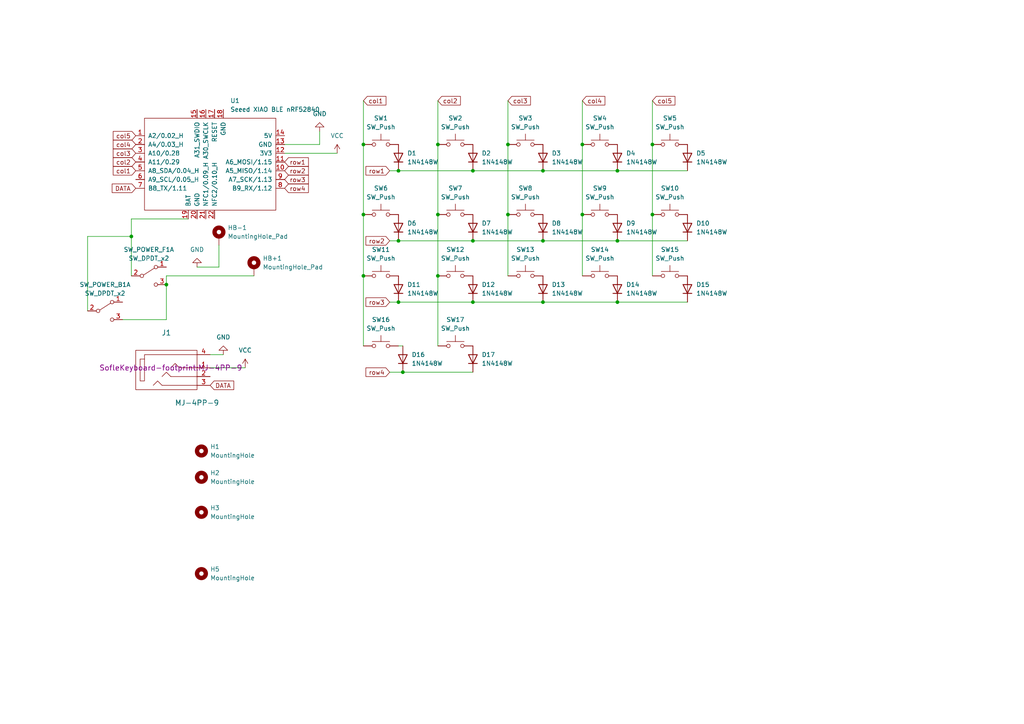
<source format=kicad_sch>
(kicad_sch (version 20211123) (generator eeschema)
  (paper "A4")
  (lib_symbols
    (symbol "Diode:1N4148W" (pin_numbers hide) (pin_names (offset 1.016) hide)
      (property "Reference" "D" (at 0 2.54 0))
      (property "Value" "1N4148W" (at 0 -2.54 0))
      (symbol "1N4148W_0_1"
        (polyline (pts (xy -1.27 1.27) (xy -1.27 -1.27)) (stroke (width 0.254)))
        (polyline (pts (xy 1.27 0) (xy -1.27 0)))
        (polyline (pts (xy 1.27 1.27) (xy 1.27 -1.27) (xy -1.27 0) (xy 1.27 1.27)) (stroke (width 0.254)))
      )
      (symbol "1N4148W_1_1"
        (pin passive line (at -3.81 0 0) (length 2.54) (name "K") (number "1"))
        (pin passive line (at 3.81 0 180) (length 2.54) (name "A") (number "2"))
      )
    )
    (symbol "Mechanical:MountingHole" (pin_names (offset 1.016))
      (property "Reference" "H" (at 0 5.08 0))
      (property "Value" "MountingHole" (at 0 3.175 0))
      (symbol "MountingHole_0_1"
        (circle (center 0 0) (radius 1.27) (stroke (width 1.27)))
      )
    )
    (symbol "Mechanical:MountingHole_Pad" (pin_numbers hide) (pin_names (offset 1.016) hide)
      (property "Reference" "H" (at 0 6.35 0))
      (property "Value" "MountingHole_Pad" (at 0 4.445 0))
      (symbol "MountingHole_Pad_0_1"
        (circle (center 0 1.27) (radius 1.27) (stroke (width 1.27)))
      )
      (symbol "MountingHole_Pad_1_1"
        (pin input line (at 0 -2.54 90) (length 2.54) (name "1") (number "1"))
      )
    )
    (symbol "SofleKeyboard-cache:SofleKeyboard-rescue_MJ-4PP-9-Lily58-cache-Lily58_Pro-rescue" (pin_names (offset 1.016))
      (property "Reference" "J" (at -8.89 -7.62 0))
      (property "Value" "SofleKeyboard-rescue_MJ-4PP-9-Lily58-cache-Lily58_Pro-rescue" (at -3.81 6.35 0))
      (symbol "SofleKeyboard-rescue_MJ-4PP-9-Lily58-cache-Lily58_Pro-rescue_0_1"
        (rectangle (start -7.62 2.54) (end -8.89 -3.81))
        (polyline (pts (xy 2.54 0) (xy 7.62 0)))
        (polyline (pts (xy -2.54 -5.08) (xy 7.62 -5.08) (xy 7.62 -5.08)))
        (polyline (pts (xy 0 -2.54) (xy -1.27 -1.27) (xy -2.54 -2.54)))
        (polyline (pts (xy 0 0) (xy 1.27 1.27) (xy 2.54 0)))
        (polyline (pts (xy 7.62 3.81) (xy -7.62 3.81) (xy -7.62 2.54)))
        (polyline (pts (xy -2.54 -5.08) (xy -3.81 -3.81) (xy -5.08 -5.08) (xy -5.08 -5.08)))
        (polyline (pts (xy 0 -2.54) (xy 7.62 -2.54) (xy 7.62 -2.54) (xy 7.62 -2.54)))
        (rectangle (start 7.62 -6.35) (end -10.16 5.08))
      )
      (symbol "SofleKeyboard-rescue_MJ-4PP-9-Lily58-cache-Lily58_Pro-rescue_1_1"
        (pin passive line (at 11.43 0 180) (length 3.81) (name "~") (number "1"))
        (pin passive line (at 11.43 -2.54 180) (length 3.81) (name "~") (number "2"))
        (pin passive line (at 11.43 -5.08 180) (length 3.81) (name "~") (number "3"))
        (pin passive line (at 11.43 3.81 180) (length 3.81) (name "~") (number "4"))
      )
    )
    (symbol "Switch:SW_DPDT_x2" (pin_names (offset 0) hide)
      (property "Reference" "SW" (at 0 4.318 0))
      (property "Value" "SW_DPDT_x2" (at 0 -5.08 0))
      (symbol "SW_DPDT_x2_0_0"
        (circle (center -2.032 0) (radius 0.508))
        (circle (center 2.032 -2.54) (radius 0.508))
      )
      (symbol "SW_DPDT_x2_0_1"
        (polyline (pts (xy -1.524 0.254) (xy 1.651 2.286)))
        (circle (center 2.032 2.54) (radius 0.508))
      )
      (symbol "SW_DPDT_x2_1_1"
        (pin passive line (at 5.08 2.54 180) (length 2.54) (name "A") (number "1"))
        (pin passive line (at -5.08 0 0) (length 2.54) (name "B") (number "2"))
        (pin passive line (at 5.08 -2.54 180) (length 2.54) (name "C") (number "3"))
      )
      (symbol "SW_DPDT_x2_2_1"
        (pin passive line (at 5.08 2.54 180) (length 2.54) (name "A") (number "4"))
        (pin passive line (at -5.08 0 0) (length 2.54) (name "B") (number "5"))
        (pin passive line (at 5.08 -2.54 180) (length 2.54) (name "C") (number "6"))
      )
    )
    (symbol "Switch:SW_Push" (pin_numbers hide) (pin_names (offset 1.016) hide)
      (property "Reference" "SW" (at 1.27 2.54 0))
      (property "Value" "SW_Push" (at 0 -1.524 0))
      (symbol "SW_Push_0_1"
        (circle (center -2.032 0) (radius 0.508))
        (polyline (pts (xy 0 1.27) (xy 0 3.048)))
        (polyline (pts (xy 2.54 1.27) (xy -2.54 1.27)))
        (circle (center 2.032 0) (radius 0.508))
        (pin passive line (at -5.08 0 0) (length 2.54) (name "1") (number "1"))
        (pin passive line (at 5.08 0 180) (length 2.54) (name "2") (number "2"))
      )
    )
    (symbol "power:GND" (power) (pin_names (offset 0))
      (property "Value" "GND" (at 0 -3.81 0))
      (symbol "GND_0_1"
        (polyline (pts (xy 0 0) (xy 0 -1.27) (xy 1.27 -1.27) (xy 0 -2.54) (xy -1.27 -1.27) (xy 0 -1.27)))
      )
      (symbol "GND_1_1"
        (pin power_in line (at 0 0 270) (length 0) hide (name "GND") (number "1"))
      )
    )
    (symbol "power:VCC" (power) (pin_names (offset 0))
      (property "Value" "VCC" (at 0 3.81 0))
      (symbol "VCC_0_1"
        (polyline (pts (xy -0.762 1.27) (xy 0 2.54)))
        (polyline (pts (xy 0 0) (xy 0 2.54)))
        (polyline (pts (xy 0 2.54) (xy 0.762 1.27)))
      )
      (symbol "VCC_1_1"
        (pin power_in line (at 0 0 90) (length 0) hide (name "VCC") (number "1"))
      )
    )
    (symbol "xiao:xiao-ble" (pin_names (offset 1.016))
      (property "Reference" "U" (at -17.78 16.51 0))
      (property "Value" "xiao-ble" (at -15.24 13.97 0))
      (symbol "xiao-ble_0_1"
        (rectangle (start -19.05 12.7) (end 19.05 -13.97))
      )
      (symbol "xiao-ble_1_1"
        (pin bidirectional line (at -21.59 7.62 0) (length 2.54) (name "A2/0.02_H") (number "1"))
        (pin bidirectional line (at 21.59 -2.54 180) (length 2.54) (name "A5_MISO/1.14") (number "10"))
        (pin bidirectional line (at 21.59 0 180) (length 2.54) (name "A6_MOSI/1.15") (number "11"))
        (pin power_out line (at 21.59 2.54 180) (length 2.54) (name "3V3") (number "12"))
        (pin power_out line (at 21.59 5.08 180) (length 2.54) (name "GND") (number "13"))
        (pin power_out line (at 21.59 7.62 180) (length 2.54) (name "5V") (number "14"))
        (pin input line (at -3.81 15.24 270) (length 2.54) (name "A31_SWDIO") (number "15"))
        (pin input line (at -1.27 15.24 270) (length 2.54) (name "A30_SWCLK") (number "16"))
        (pin input line (at 1.27 15.24 270) (length 2.54) (name "RESET") (number "17"))
        (pin power_out line (at 3.81 15.24 270) (length 2.54) (name "GND") (number "18"))
        (pin bidirectional line (at -6.35 -16.51 90) (length 2.54) (name "BAT") (number "19"))
        (pin bidirectional line (at -21.59 5.08 0) (length 2.54) (name "A4/0.03_H") (number "2"))
        (pin power_out line (at -3.81 -16.51 90) (length 2.54) (name "GND") (number "20"))
        (pin bidirectional line (at -1.27 -16.51 90) (length 2.54) (name "NFC1/0.09_H") (number "21"))
        (pin bidirectional line (at 1.27 -16.51 90) (length 2.54) (name "NFC2/0.10_H") (number "22"))
        (pin bidirectional line (at -21.59 2.54 0) (length 2.54) (name "A10/0.28") (number "3"))
        (pin bidirectional line (at -21.59 0 0) (length 2.54) (name "A11/0.29") (number "4"))
        (pin bidirectional line (at -21.59 -2.54 0) (length 2.54) (name "A8_SDA/0.04_H") (number "5"))
        (pin bidirectional line (at -21.59 -5.08 0) (length 2.54) (name "A9_SCL/0.05_H") (number "6"))
        (pin bidirectional line (at -21.59 -7.62 0) (length 2.54) (name "B8_TX/1.11") (number "7"))
        (pin bidirectional line (at 21.59 -7.62 180) (length 2.54) (name "B9_RX/1.12") (number "8"))
        (pin bidirectional line (at 21.59 -5.08 180) (length 2.54) (name "A7_SCK/1.13") (number "9"))
      )
    )
  )
  (junction (at 115.57 69.85))
  (junction (at 137.16 87.63))
  (junction (at 48.26 82.55))
  (junction (at 127 62.23))
  (junction (at 168.91 62.23))
  (junction (at 127 80.01))
  (junction (at 168.91 41.91))
  (junction (at 179.07 69.85))
  (junction (at 157.48 87.63))
  (junction (at 127 41.91))
  (junction (at 189.23 41.91))
  (junction (at 179.07 49.53))
  (junction (at 105.41 80.01))
  (junction (at 137.16 49.53))
  (junction (at 105.41 62.23))
  (junction (at 147.32 62.23))
  (junction (at 116.84 107.95))
  (junction (at 115.57 87.63))
  (junction (at 157.48 49.53))
  (junction (at 38.1 68.58))
  (junction (at 137.16 69.85))
  (junction (at 179.07 87.63))
  (junction (at 157.48 69.85))
  (junction (at 147.32 41.91))
  (junction (at 105.41 41.91))
  (junction (at 189.23 62.23))
  (junction (at 115.57 49.53))
  (wire (pts (xy 57.15 77.47) (xy 63.5 77.47)))
  (wire (pts (xy 48.26 92.71) (xy 48.26 82.55)))
  (wire (pts (xy 147.32 41.91) (xy 147.32 62.23)))
  (wire (pts (xy 115.57 87.63) (xy 137.16 87.63)))
  (wire (pts (xy 113.03 49.53) (xy 115.57 49.53)))
  (wire (pts (xy 63.5 71.12) (xy 63.5 77.47)))
  (wire (pts (xy 127 29.21) (xy 127 41.91)))
  (wire (pts (xy 92.71 41.91) (xy 92.71 38.1)))
  (wire (pts (xy 137.16 49.53) (xy 157.48 49.53)))
  (wire (pts (xy 54.61 63.5) (xy 38.1 63.5)))
  (wire (pts (xy 127 80.01) (xy 127 100.33)))
  (wire (pts (xy 38.1 68.58) (xy 38.1 80.01)))
  (wire (pts (xy 25.4 90.17) (xy 25.4 68.58)))
  (wire (pts (xy 25.4 68.58) (xy 38.1 68.58)))
  (wire (pts (xy 82.55 44.45) (xy 97.79 44.45)))
  (wire (pts (xy 179.07 87.63) (xy 199.39 87.63)))
  (wire (pts (xy 48.26 80.01) (xy 73.66 80.01)))
  (wire (pts (xy 189.23 29.21) (xy 189.23 41.91)))
  (wire (pts (xy 105.41 41.91) (xy 105.41 62.23)))
  (wire (pts (xy 48.26 80.01) (xy 48.26 82.55)))
  (wire (pts (xy 82.55 41.91) (xy 92.71 41.91)))
  (wire (pts (xy 105.41 62.23) (xy 105.41 80.01)))
  (wire (pts (xy 147.32 62.23) (xy 147.32 80.01)))
  (wire (pts (xy 179.07 69.85) (xy 199.39 69.85)))
  (wire (pts (xy 127 41.91) (xy 127 62.23)))
  (wire (pts (xy 157.48 87.63) (xy 179.07 87.63)))
  (wire (pts (xy 137.16 69.85) (xy 157.48 69.85)))
  (wire (pts (xy 60.96 102.87) (xy 64.77 102.87)))
  (wire (pts (xy 116.84 107.95) (xy 137.16 107.95)))
  (wire (pts (xy 115.57 49.53) (xy 137.16 49.53)))
  (wire (pts (xy 113.03 107.95) (xy 116.84 107.95)))
  (wire (pts (xy 115.57 100.33) (xy 116.84 100.33)))
  (wire (pts (xy 115.57 69.85) (xy 137.16 69.85)))
  (wire (pts (xy 189.23 62.23) (xy 189.23 80.01)))
  (wire (pts (xy 127 62.23) (xy 127 80.01)))
  (wire (pts (xy 168.91 62.23) (xy 168.91 80.01)))
  (wire (pts (xy 168.91 29.21) (xy 168.91 41.91)))
  (wire (pts (xy 113.03 69.85) (xy 115.57 69.85)))
  (wire (pts (xy 35.56 92.71) (xy 48.26 92.71)))
  (wire (pts (xy 179.07 49.53) (xy 199.39 49.53)))
  (wire (pts (xy 189.23 41.91) (xy 189.23 62.23)))
  (wire (pts (xy 38.1 63.5) (xy 38.1 68.58)))
  (wire (pts (xy 157.48 49.53) (xy 179.07 49.53)))
  (wire (pts (xy 105.41 29.21) (xy 105.41 41.91)))
  (wire (pts (xy 168.91 41.91) (xy 168.91 62.23)))
  (wire (pts (xy 137.16 87.63) (xy 157.48 87.63)))
  (wire (pts (xy 157.48 69.85) (xy 179.07 69.85)))
  (wire (pts (xy 113.03 87.63) (xy 115.57 87.63)))
  (wire (pts (xy 105.41 80.01) (xy 105.41 100.33)))
  (wire (pts (xy 60.96 106.68) (xy 71.12 106.68)))
  (wire (pts (xy 147.32 29.21) (xy 147.32 41.91)))
  (global_label "col3" (shape input) (at 147.32 29.21 0) (property "Intersheet References" "${INTERSHEET_REFS}" (effects hide)))
  (global_label "DATA" (shape input) (at 60.96 111.76 0) (property "Intersheet References" "${INTERSHEET_REFS}" (effects hide)))
  (global_label "row3" (shape input) (at 82.55 52.07 0) (property "Intersheet References" "${INTERSHEET_REFS}" (effects hide)))
  (global_label "col5" (shape input) (at 189.23 29.21 0) (property "Intersheet References" "${INTERSHEET_REFS}" (effects hide)))
  (global_label "row4" (shape input) (at 113.03 107.95 180) (property "Intersheet References" "${INTERSHEET_REFS}" (effects hide)))
  (global_label "row2" (shape input) (at 113.03 69.85 180) (property "Intersheet References" "${INTERSHEET_REFS}" (effects hide)))
  (global_label "col3" (shape input) (at 39.37 44.45 180) (property "Intersheet References" "${INTERSHEET_REFS}" (effects hide)))
  (global_label "col4" (shape input) (at 168.91 29.21 0) (property "Intersheet References" "${INTERSHEET_REFS}" (effects hide)))
  (global_label "row3" (shape input) (at 113.03 87.63 180) (property "Intersheet References" "${INTERSHEET_REFS}" (effects hide)))
  (global_label "DATA" (shape input) (at 39.37 54.61 180) (property "Intersheet References" "${INTERSHEET_REFS}" (effects hide)))
  (global_label "col2" (shape input) (at 39.37 46.99 180) (property "Intersheet References" "${INTERSHEET_REFS}" (effects hide)))
  (global_label "col5" (shape input) (at 39.37 39.37 180) (property "Intersheet References" "${INTERSHEET_REFS}" (effects hide)))
  (global_label "row1" (shape input) (at 113.03 49.53 180) (property "Intersheet References" "${INTERSHEET_REFS}" (effects hide)))
  (global_label "col4" (shape input) (at 39.37 41.91 180) (property "Intersheet References" "${INTERSHEET_REFS}" (effects hide)))
  (global_label "col1" (shape input) (at 105.41 29.21 0) (property "Intersheet References" "${INTERSHEET_REFS}" (effects hide)))
  (global_label "row1" (shape input) (at 82.55 46.99 0) (property "Intersheet References" "${INTERSHEET_REFS}" (effects hide)))
  (global_label "col1" (shape input) (at 39.37 49.53 180) (property "Intersheet References" "${INTERSHEET_REFS}" (effects hide)))
  (global_label "row4" (shape input) (at 82.55 54.61 0) (property "Intersheet References" "${INTERSHEET_REFS}" (effects hide)))
  (global_label "col2" (shape input) (at 127 29.21 0) (property "Intersheet References" "${INTERSHEET_REFS}" (effects hide)))
  (global_label "row2" (shape input) (at 82.55 49.53 0) (property "Intersheet References" "${INTERSHEET_REFS}" (effects hide)))
  (symbol (lib_id "Switch:SW_Push") (at 194.31 62.23 0) (unit 1)
    (property "Reference" "SW10" (at 194.31 54.61 0))
    (property "Value" "SW_Push" (at 194.31 57.15 0))
    (property "Footprint" "SofleKeyboard-footprint:CherryMX_KailhLowProfile_Hotswap" (effects hide))
  )
  (symbol (lib_id "Mechanical:MountingHole") (at 58.42 148.59 0) (unit 1)
    (property "Reference" "H3" (at 60.96 147.3199 0) (effects (justify left)))
    (property "Value" "MountingHole" (at 60.96 149.8599 0) (effects (justify left)))
    (property "Footprint" "SofleKeyboard-footprint:HOLE_M2_TH" (effects hide))
  )
  (symbol (lib_id "Switch:SW_Push") (at 152.4 80.01 0) (unit 1)
    (property "Reference" "SW13" (at 152.4 72.39 0))
    (property "Value" "SW_Push" (at 152.4 74.93 0))
    (property "Footprint" "SofleKeyboard-footprint:CherryMX_KailhLowProfile_Hotswap" (effects hide))
  )
  (symbol (lib_id "Diode:1N4148W") (at 199.39 66.04 90) (unit 1)
    (property "Reference" "D10" (at 201.93 64.7699 90) (effects (justify right)))
    (property "Value" "1N4148W" (at 201.93 67.3099 90) (effects (justify right)))
    (property "Footprint" "SofleKeyboard-footprint:Diode_SOD123" (effects hide))
    (property "Datasheet" "https://www.vishay.com/docs/85748/1n4148w.pdf" (effects hide))
  )
  (symbol (lib_id "Mechanical:MountingHole") (at 58.42 130.81 0) (unit 1)
    (property "Reference" "H1" (at 60.96 129.5399 0) (effects (justify left)))
    (property "Value" "MountingHole" (at 60.96 132.0799 0) (effects (justify left)))
    (property "Footprint" "SofleKeyboard-footprint:HOLE_M2_TH" (effects hide))
  )
  (symbol (lib_id "Switch:SW_Push") (at 152.4 41.91 0) (unit 1)
    (property "Reference" "SW3" (at 152.4 34.29 0))
    (property "Value" "SW_Push" (at 152.4 36.83 0))
    (property "Footprint" "SofleKeyboard-footprint:CherryMX_KailhLowProfile_Hotswap" (effects hide))
  )
  (symbol (lib_id "Diode:1N4148W") (at 157.48 83.82 90) (unit 1)
    (property "Reference" "D13" (at 160.02 82.5499 90) (effects (justify right)))
    (property "Value" "1N4148W" (at 160.02 85.0899 90) (effects (justify right)))
    (property "Footprint" "SofleKeyboard-footprint:Diode_SOD123" (effects hide))
    (property "Datasheet" "https://www.vishay.com/docs/85748/1n4148w.pdf" (effects hide))
  )
  (symbol (lib_id "Mechanical:MountingHole") (at 58.42 138.43 0) (unit 1)
    (property "Reference" "H2" (at 60.96 137.1599 0) (effects (justify left)))
    (property "Value" "MountingHole" (at 60.96 139.6999 0) (effects (justify left)))
    (property "Footprint" "SofleKeyboard-footprint:HOLE_M2_TH" (effects hide))
  )
  (symbol (lib_id "Switch:SW_Push") (at 110.49 41.91 0) (unit 1)
    (property "Reference" "SW1" (at 110.49 34.29 0))
    (property "Value" "SW_Push" (at 110.49 36.83 0))
    (property "Footprint" "SofleKeyboard-footprint:CherryMX_KailhLowProfile_Hotswap" (effects hide))
  )
  (symbol (lib_id "Diode:1N4148W") (at 199.39 45.72 90) (unit 1)
    (property "Reference" "D5" (at 201.93 44.4499 90) (effects (justify right)))
    (property "Value" "1N4148W" (at 201.93 46.9899 90) (effects (justify right)))
    (property "Footprint" "SofleKeyboard-footprint:Diode_SOD123" (effects hide))
    (property "Datasheet" "https://www.vishay.com/docs/85748/1n4148w.pdf" (effects hide))
  )
  (symbol (lib_id "Switch:SW_Push") (at 194.31 80.01 0) (unit 1)
    (property "Reference" "SW15" (at 194.31 72.39 0))
    (property "Value" "SW_Push" (at 194.31 74.93 0))
    (property "Footprint" "SofleKeyboard-footprint:CherryMX_KailhLowProfile_Hotswap" (effects hide))
  )
  (symbol (lib_id "power:VCC") (at 71.12 106.68 0) (unit 1)
    (property "Reference" "#PWR0103" (effects hide))
    (property "Value" "VCC" (at 71.12 101.6 0))
  )
  (symbol (lib_id "Switch:SW_Push") (at 132.08 41.91 0) (unit 1)
    (property "Reference" "SW2" (at 132.08 34.29 0))
    (property "Value" "SW_Push" (at 132.08 36.83 0))
    (property "Footprint" "SofleKeyboard-footprint:CherryMX_KailhLowProfile_Hotswap" (effects hide))
  )
  (symbol (lib_id "Diode:1N4148W") (at 179.07 45.72 90) (unit 1)
    (property "Reference" "D4" (at 181.61 44.4499 90) (effects (justify right)))
    (property "Value" "1N4148W" (at 181.61 46.9899 90) (effects (justify right)))
    (property "Footprint" "SofleKeyboard-footprint:Diode_SOD123" (effects hide))
    (property "Datasheet" "https://www.vishay.com/docs/85748/1n4148w.pdf" (effects hide))
  )
  (symbol (lib_id "Diode:1N4148W") (at 157.48 45.72 90) (unit 1)
    (property "Reference" "D3" (at 160.02 44.4499 90) (effects (justify right)))
    (property "Value" "1N4148W" (at 160.02 46.9899 90) (effects (justify right)))
    (property "Footprint" "SofleKeyboard-footprint:Diode_SOD123" (effects hide))
    (property "Datasheet" "https://www.vishay.com/docs/85748/1n4148w.pdf" (effects hide))
  )
  (symbol (lib_id "Diode:1N4148W") (at 115.57 66.04 90) (unit 1)
    (property "Reference" "D6" (at 118.11 64.7699 90) (effects (justify right)))
    (property "Value" "1N4148W" (at 118.11 67.3099 90) (effects (justify right)))
    (property "Footprint" "SofleKeyboard-footprint:Diode_SOD123" (effects hide))
    (property "Datasheet" "https://www.vishay.com/docs/85748/1n4148w.pdf" (effects hide))
  )
  (symbol (lib_id "power:GND") (at 64.77 102.87 180) (unit 1)
    (property "Reference" "#PWR0104" (effects hide))
    (property "Value" "GND" (at 64.77 97.79 0))
  )
  (symbol (lib_id "power:GND") (at 92.71 38.1 180) (unit 1)
    (property "Reference" "#PWR0101" (effects hide))
    (property "Value" "GND" (at 92.71 33.02 0))
  )
  (symbol (lib_id "SofleKeyboard-cache:SofleKeyboard-rescue_MJ-4PP-9-Lily58-cache-Lily58_Pro-rescue") (at 49.53 106.68 0) (unit 1)
    (property "Reference" "J1" (at 48.26 96.52 0) (effects (font (size 1.524 1.524))))
    (property "Value" "MJ-4PP-9" (at 57.15 116.84 0) (effects (font (size 1.524 1.524))))
    (property "Footprint" "SofleKeyboard-footprint:MJ-4PP-9" (at 49.53 106.68 0) (effects (font (size 1.524 1.524))))
  )
  (symbol (lib_id "power:GND") (at 57.15 77.47 180) (unit 1)
    (property "Reference" "#PWR0105" (effects hide))
    (property "Value" "GND" (at 57.15 72.39 0))
  )
  (symbol (lib_id "Diode:1N4148W") (at 137.16 66.04 90) (unit 1)
    (property "Reference" "D7" (at 139.7 64.7699 90) (effects (justify right)))
    (property "Value" "1N4148W" (at 139.7 67.3099 90) (effects (justify right)))
    (property "Footprint" "SofleKeyboard-footprint:Diode_SOD123" (effects hide))
    (property "Datasheet" "https://www.vishay.com/docs/85748/1n4148w.pdf" (effects hide))
  )
  (symbol (lib_id "Switch:SW_Push") (at 132.08 80.01 0) (unit 1)
    (property "Reference" "SW12" (at 132.08 72.39 0))
    (property "Value" "SW_Push" (at 132.08 74.93 0))
    (property "Footprint" "SofleKeyboard-footprint:CherryMX_KailhLowProfile_Hotswap" (effects hide))
  )
  (symbol (lib_id "Mechanical:MountingHole") (at 58.42 166.37 0) (unit 1)
    (property "Reference" "H5" (at 60.96 165.0999 0) (effects (justify left)))
    (property "Value" "MountingHole" (at 60.96 167.6399 0) (effects (justify left)))
    (property "Footprint" "SofleKeyboard-footprint:HOLE_M2_TH" (effects hide))
  )
  (symbol (lib_id "Switch:SW_Push") (at 173.99 41.91 0) (unit 1)
    (property "Reference" "SW4" (at 173.99 34.29 0))
    (property "Value" "SW_Push" (at 173.99 36.83 0))
    (property "Footprint" "SofleKeyboard-footprint:CherryMX_KailhLowProfile_Hotswap" (effects hide))
  )
  (symbol (lib_id "Diode:1N4148W") (at 179.07 66.04 90) (unit 1)
    (property "Reference" "D9" (at 181.61 64.7699 90) (effects (justify right)))
    (property "Value" "1N4148W" (at 181.61 67.3099 90) (effects (justify right)))
    (property "Footprint" "SofleKeyboard-footprint:Diode_SOD123" (effects hide))
    (property "Datasheet" "https://www.vishay.com/docs/85748/1n4148w.pdf" (effects hide))
  )
  (symbol (lib_id "Switch:SW_DPDT_x2") (at 43.18 80.01 0) (unit 1)
    (property "Reference" "SW_POWER_F1" (at 43.18 72.39 0))
    (property "Value" "SW_DPDT_x2" (at 43.18 74.93 0))
    (property "Footprint" "Kicad-Footprints-main:SPDT_C128955" (effects hide))
  )
  (symbol (lib_id "Mechanical:MountingHole_Pad") (at 73.66 77.47 0) (unit 1)
    (property "Reference" "HB+1" (at 76.2 74.9299 0) (effects (justify left)))
    (property "Value" "MountingHole_Pad" (at 76.2 77.4699 0) (effects (justify left)))
    (property "Footprint" "kbd:1pin_conn" (effects hide))
  )
  (symbol (lib_id "Diode:1N4148W") (at 137.16 83.82 90) (unit 1)
    (property "Reference" "D12" (at 139.7 82.5499 90) (effects (justify right)))
    (property "Value" "1N4148W" (at 139.7 85.0899 90) (effects (justify right)))
    (property "Footprint" "SofleKeyboard-footprint:Diode_SOD123" (effects hide))
    (property "Datasheet" "https://www.vishay.com/docs/85748/1n4148w.pdf" (effects hide))
  )
  (symbol (lib_id "Switch:SW_Push") (at 110.49 62.23 0) (unit 1)
    (property "Reference" "SW6" (at 110.49 54.61 0))
    (property "Value" "SW_Push" (at 110.49 57.15 0))
    (property "Footprint" "SofleKeyboard-footprint:CherryMX_KailhLowProfile_Hotswap" (effects hide))
  )
  (symbol (lib_id "Diode:1N4148W") (at 115.57 45.72 90) (unit 1)
    (property "Reference" "D1" (at 118.11 44.4499 90) (effects (justify right)))
    (property "Value" "1N4148W" (at 118.11 46.9899 90) (effects (justify right)))
    (property "Footprint" "SofleKeyboard-footprint:Diode_SOD123" (effects hide))
    (property "Datasheet" "https://www.vishay.com/docs/85748/1n4148w.pdf" (effects hide))
  )
  (symbol (lib_id "Switch:SW_Push") (at 110.49 80.01 0) (unit 1)
    (property "Reference" "SW11" (at 110.49 72.39 0))
    (property "Value" "SW_Push" (at 110.49 74.93 0))
    (property "Footprint" "SofleKeyboard-footprint:CherryMX_KailhLowProfile_Hotswap" (effects hide))
  )
  (symbol (lib_id "Diode:1N4148W") (at 137.16 45.72 90) (unit 1)
    (property "Reference" "D2" (at 139.7 44.4499 90) (effects (justify right)))
    (property "Value" "1N4148W" (at 139.7 46.9899 90) (effects (justify right)))
    (property "Footprint" "SofleKeyboard-footprint:Diode_SOD123" (effects hide))
    (property "Datasheet" "https://www.vishay.com/docs/85748/1n4148w.pdf" (effects hide))
  )
  (symbol (lib_id "Switch:SW_Push") (at 173.99 80.01 0) (unit 1)
    (property "Reference" "SW14" (at 173.99 72.39 0))
    (property "Value" "SW_Push" (at 173.99 74.93 0))
    (property "Footprint" "SofleKeyboard-footprint:CherryMX_KailhLowProfile_Hotswap" (effects hide))
  )
  (symbol (lib_id "Diode:1N4148W") (at 116.84 104.14 90) (unit 1)
    (property "Reference" "D16" (at 119.38 102.8699 90) (effects (justify right)))
    (property "Value" "1N4148W" (at 119.38 105.4099 90) (effects (justify right)))
    (property "Footprint" "SofleKeyboard-footprint:Diode_SOD123" (effects hide))
    (property "Datasheet" "https://www.vishay.com/docs/85748/1n4148w.pdf" (effects hide))
  )
  (symbol (lib_id "Switch:SW_Push") (at 132.08 100.33 0) (unit 1)
    (property "Reference" "SW17" (at 132.08 92.71 0))
    (property "Value" "SW_Push" (at 132.08 95.25 0))
    (property "Footprint" "SofleKeyboard-footprint:CherryMX_KailhLowProfile_Hotswap" (effects hide))
  )
  (symbol (lib_id "Switch:SW_Push") (at 110.49 100.33 0) (unit 1)
    (property "Reference" "SW16" (at 110.49 92.71 0))
    (property "Value" "SW_Push" (at 110.49 95.25 0))
    (property "Footprint" "SofleKeyboard-footprint:CherryMX_KailhLowProfile_Hotswap" (effects hide))
  )
  (symbol (lib_id "power:VCC") (at 97.79 44.45 0) (unit 1)
    (property "Reference" "#PWR0102" (effects hide))
    (property "Value" "VCC" (at 97.79 39.37 0))
  )
  (symbol (lib_id "Switch:SW_Push") (at 194.31 41.91 0) (unit 1)
    (property "Reference" "SW5" (at 194.31 34.29 0))
    (property "Value" "SW_Push" (at 194.31 36.83 0))
    (property "Footprint" "SofleKeyboard-footprint:CherryMX_KailhLowProfile_Hotswap" (effects hide))
  )
  (symbol (lib_id "Switch:SW_DPDT_x2") (at 30.48 90.17 0) (unit 1)
    (property "Reference" "SW_POWER_B1" (at 30.48 82.55 0))
    (property "Value" "SW_DPDT_x2" (at 30.48 85.09 0))
    (property "Footprint" "Kicad-Footprints-main:SPDT_C128955" (effects hide))
  )
  (symbol (lib_id "Diode:1N4148W") (at 157.48 66.04 90) (unit 1)
    (property "Reference" "D8" (at 160.02 64.7699 90) (effects (justify right)))
    (property "Value" "1N4148W" (at 160.02 67.3099 90) (effects (justify right)))
    (property "Footprint" "SofleKeyboard-footprint:Diode_SOD123" (effects hide))
    (property "Datasheet" "https://www.vishay.com/docs/85748/1n4148w.pdf" (effects hide))
  )
  (symbol (lib_id "Switch:SW_Push") (at 173.99 62.23 0) (unit 1)
    (property "Reference" "SW9" (at 173.99 54.61 0))
    (property "Value" "SW_Push" (at 173.99 57.15 0))
    (property "Footprint" "SofleKeyboard-footprint:CherryMX_KailhLowProfile_Hotswap" (effects hide))
  )
  (symbol (lib_id "Diode:1N4148W") (at 199.39 83.82 90) (unit 1)
    (property "Reference" "D15" (at 201.93 82.5499 90) (effects (justify right)))
    (property "Value" "1N4148W" (at 201.93 85.09 90) (effects (justify right)))
    (property "Footprint" "SofleKeyboard-footprint:Diode_SOD123" (effects hide))
    (property "Datasheet" "https://www.vishay.com/docs/85748/1n4148w.pdf" (effects hide))
  )
  (symbol (lib_id "Diode:1N4148W") (at 179.07 83.82 90) (unit 1)
    (property "Reference" "D14" (at 181.61 82.5499 90) (effects (justify right)))
    (property "Value" "1N4148W" (at 181.61 85.0899 90) (effects (justify right)))
    (property "Footprint" "SofleKeyboard-footprint:Diode_SOD123" (effects hide))
    (property "Datasheet" "https://www.vishay.com/docs/85748/1n4148w.pdf" (effects hide))
  )
  (symbol (lib_id "xiao:xiao-ble") (at 60.96 46.99 0) (unit 1)
    (property "Reference" "U1" (at 66.7894 29.21 0) (effects (justify left)))
    (property "Value" "Seeed XIAO BLE nRF52840" (at 66.7894 31.75 0) (effects (justify left)))
    (property "Footprint" "xiao:xiao-ble-tht" (effects hide))
  )
  (symbol (lib_id "Mechanical:MountingHole_Pad") (at 63.5 68.58 0) (unit 1)
    (property "Reference" "HB-1" (at 66.04 66.0399 0) (effects (justify left)))
    (property "Value" "MountingHole_Pad" (at 66.04 68.5799 0) (effects (justify left)))
    (property "Footprint" "kbd:1pin_conn" (effects hide))
  )
  (symbol (lib_id "Switch:SW_Push") (at 132.08 62.23 0) (unit 1)
    (property "Reference" "SW7" (at 132.08 54.61 0))
    (property "Value" "SW_Push" (at 132.08 57.15 0))
    (property "Footprint" "SofleKeyboard-footprint:CherryMX_KailhLowProfile_Hotswap" (effects hide))
  )
  (symbol (lib_id "Diode:1N4148W") (at 137.16 104.14 90) (unit 1)
    (property "Reference" "D17" (at 139.7 102.8699 90) (effects (justify right)))
    (property "Value" "1N4148W" (at 139.7 105.4099 90) (effects (justify right)))
    (property "Footprint" "SofleKeyboard-footprint:Diode_SOD123" (effects hide))
    (property "Datasheet" "https://www.vishay.com/docs/85748/1n4148w.pdf" (effects hide))
  )
  (symbol (lib_id "Diode:1N4148W") (at 115.57 83.82 90) (unit 1)
    (property "Reference" "D11" (at 118.11 82.5499 90) (effects (justify right)))
    (property "Value" "1N4148W" (at 118.11 85.0899 90) (effects (justify right)))
    (property "Footprint" "SofleKeyboard-footprint:Diode_SOD123" (effects hide))
    (property "Datasheet" "https://www.vishay.com/docs/85748/1n4148w.pdf" (effects hide))
  )
  (symbol (lib_id "Switch:SW_Push") (at 152.4 62.23 0) (unit 1)
    (property "Reference" "SW8" (at 152.4 54.61 0))
    (property "Value" "SW_Push" (at 152.4 57.15 0))
    (property "Footprint" "SofleKeyboard-footprint:CherryMX_KailhLowProfile_Hotswap" (effects hide))
  )
)
</source>
